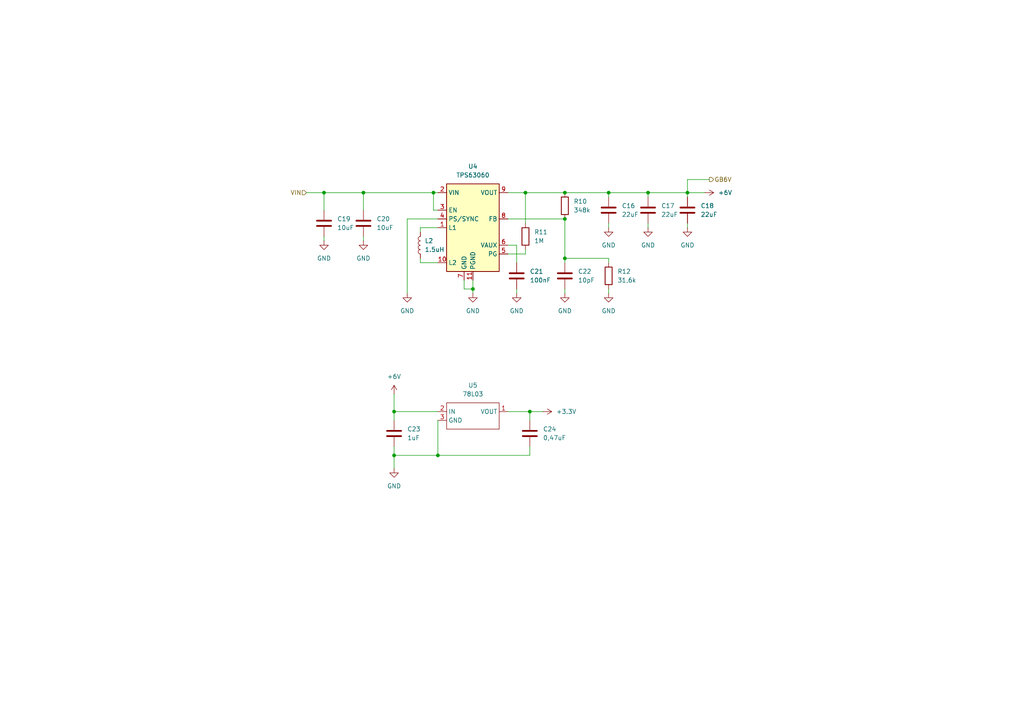
<source format=kicad_sch>
(kicad_sch (version 20231120) (generator "eeschema") (generator_version "8.0")
  (paper "A4")
  (lib_symbols
    (symbol "Device:C" (pin_numbers hide) (pin_names (offset 0.254))
      (property "Reference" "C" (at 0.635 2.54 0))
      (property "Value" "C" (at 0.635 -2.54 0))
      (symbol "C_0_1"
        (polyline (pts (xy -2.032 -0.762) (xy 2.032 -0.762)) (stroke (width 0.508)))
        (polyline (pts (xy -2.032 0.762) (xy 2.032 0.762)) (stroke (width 0.508)))
      )
      (symbol "C_1_1"
        (pin passive line (at 0 3.81 270) (length 2.794) (name "~") (number "1"))
        (pin passive line (at 0 -3.81 90) (length 2.794) (name "~") (number "2"))
      )
    )
    (symbol "Device:L" (pin_numbers hide) (pin_names (offset 1.016) hide)
      (property "Reference" "L" (at -1.27 0 90))
      (property "Value" "L" (at 1.905 0 90))
      (symbol "L_0_1"
        (arc (start 0 -2.54) (mid 0.6323 -1.905) (end 0 -1.27))
        (arc (start 0 -1.27) (mid 0.6323 -0.635) (end 0 0))
        (arc (start 0 0) (mid 0.6323 0.635) (end 0 1.27))
        (arc (start 0 1.27) (mid 0.6323 1.905) (end 0 2.54))
      )
      (symbol "L_1_1"
        (pin passive line (at 0 3.81 270) (length 1.27) (name "1") (number "1"))
        (pin passive line (at 0 -3.81 90) (length 1.27) (name "2") (number "2"))
      )
    )
    (symbol "Device:R" (pin_numbers hide) (pin_names (offset 0))
      (property "Reference" "R" (at 2.032 0 90))
      (property "Value" "R" (at 0 0 90))
      (symbol "R_0_1"
        (rectangle (start -1.016 -2.54) (end 1.016 2.54) (stroke (width 0.254)))
      )
      (symbol "R_1_1"
        (pin passive line (at 0 3.81 270) (length 1.27) (name "~") (number "1"))
        (pin passive line (at 0 -3.81 90) (length 1.27) (name "~") (number "2"))
      )
    )
    (symbol "Radtke:78L03"
      (property "Reference" "U" (at 0 5.08 0))
      (property "Value" "78L03" (at 0 5.08 0))
      (symbol "78L03_0_1"
        (rectangle (start -7.62 3.81) (end 7.62 -3.81))
      )
      (symbol "78L03_1_1"
        (pin output line (at 10.16 1.27 180) (length 2.54) (name "VOUT") (number "1"))
        (pin input line (at -10.16 1.27 0) (length 2.54) (name "IN") (number "2"))
        (pin bidirectional line (at -10.16 -1.27 0) (length 2.54) (name "GND") (number "3"))
      )
    )
    (symbol "Regulator_Switching:TPS63060"
      (property "Reference" "U" (at -7.62 13.97 0))
      (property "Value" "TPS63060" (at 2.54 13.97 0))
      (symbol "TPS63060_0_1"
        (rectangle (start -7.62 12.7) (end 7.62 -12.7) (stroke (width 0.254)) (fill (type background)))
      )
      (symbol "TPS63060_1_1"
        (pin input line (at -10.16 0 0) (length 2.54) (name "L1") (number "1"))
        (pin input line (at -10.16 -10.16 0) (length 2.54) (name "L2") (number "10"))
        (pin power_in line (at 0 -15.24 90) (length 2.54) (name "PGND") (number "11"))
        (pin power_in line (at -10.16 10.16 0) (length 2.54) (name "VIN") (number "2"))
        (pin input line (at -10.16 5.08 0) (length 2.54) (name "EN") (number "3"))
        (pin input line (at -10.16 2.54 0) (length 2.54) (name "PS/SYNC") (number "4"))
        (pin output line (at 10.16 -7.62 180) (length 2.54) (name "PG") (number "5"))
        (pin passive line (at 10.16 -5.08 180) (length 2.54) (name "VAUX") (number "6"))
        (pin power_in line (at -2.54 -15.24 90) (length 2.54) (name "GND") (number "7"))
        (pin input line (at 10.16 2.54 180) (length 2.54) (name "FB") (number "8"))
        (pin power_out line (at 10.16 10.16 180) (length 2.54) (name "VOUT") (number "9"))
      )
    )
    (symbol "power:+3.3V" (power) (pin_numbers hide) (pin_names (offset 0) hide)
      (property "Value" "+3.3V" (at 0 3.556 0))
      (symbol "+3.3V_0_1"
        (polyline (pts (xy -0.762 1.27) (xy 0 2.54)))
        (polyline (pts (xy 0 0) (xy 0 2.54)))
        (polyline (pts (xy 0 2.54) (xy 0.762 1.27)))
      )
      (symbol "+3.3V_1_1"
        (pin power_in line (at 0 0 90) (length 0) (name "~") (number "1"))
      )
    )
    (symbol "power:+6V" (power) (pin_numbers hide) (pin_names (offset 0) hide)
      (property "Value" "+6V" (at 0 3.556 0))
      (symbol "+6V_0_1"
        (polyline (pts (xy -0.762 1.27) (xy 0 2.54)))
        (polyline (pts (xy 0 0) (xy 0 2.54)))
        (polyline (pts (xy 0 2.54) (xy 0.762 1.27)))
      )
      (symbol "+6V_1_1"
        (pin power_in line (at 0 0 90) (length 0) (name "~") (number "1"))
      )
    )
    (symbol "power:GND" (power) (pin_numbers hide) (pin_names (offset 0) hide)
      (property "Value" "GND" (at 0 -3.81 0))
      (symbol "GND_0_1"
        (polyline (pts (xy 0 0) (xy 0 -1.27) (xy 1.27 -1.27) (xy 0 -2.54) (xy -1.27 -1.27) (xy 0 -1.27)))
      )
      (symbol "GND_1_1"
        (pin power_in line (at 0 0 270) (length 0) (name "~") (number "1"))
      )
    )
  )
  (junction (at 163.83 55.88))
  (junction (at 137.16 83.82))
  (junction (at 163.83 63.5))
  (junction (at 187.96 55.88))
  (junction (at 199.39 55.88))
  (junction (at 114.3 132.08))
  (junction (at 127 132.08))
  (junction (at 152.4 55.88))
  (junction (at 176.53 55.88))
  (junction (at 125.73 55.88))
  (junction (at 114.3 119.38))
  (junction (at 93.98 55.88))
  (junction (at 105.41 55.88))
  (junction (at 163.83 74.93))
  (junction (at 153.67 119.38))
  (wire (pts (xy 176.53 55.88) (xy 176.53 57.15)))
  (wire (pts (xy 114.3 129.54) (xy 114.3 132.08)))
  (wire (pts (xy 149.86 71.12) (xy 149.86 76.2)))
  (wire (pts (xy 105.41 55.88) (xy 105.41 60.96)))
  (wire (pts (xy 114.3 114.3) (xy 114.3 119.38)))
  (wire (pts (xy 125.73 55.88) (xy 125.73 60.96)))
  (wire (pts (xy 176.53 74.93) (xy 176.53 76.2)))
  (wire (pts (xy 153.67 129.54) (xy 153.67 132.08)))
  (wire (pts (xy 163.83 74.93) (xy 163.83 76.2)))
  (wire (pts (xy 147.32 63.5) (xy 163.83 63.5)))
  (wire (pts (xy 114.3 119.38) (xy 114.3 121.92)))
  (wire (pts (xy 199.39 55.88) (xy 204.47 55.88)))
  (wire (pts (xy 134.62 83.82) (xy 137.16 83.82)))
  (wire (pts (xy 127 121.92) (xy 127 132.08)))
  (wire (pts (xy 118.11 63.5) (xy 127 63.5)))
  (wire (pts (xy 118.11 63.5) (xy 118.11 85.09)))
  (wire (pts (xy 127 132.08) (xy 153.67 132.08)))
  (wire (pts (xy 199.39 52.07) (xy 199.39 55.88)))
  (wire (pts (xy 93.98 55.88) (xy 93.98 60.96)))
  (wire (pts (xy 187.96 55.88) (xy 187.96 57.15)))
  (wire (pts (xy 105.41 55.88) (xy 125.73 55.88)))
  (wire (pts (xy 134.62 81.28) (xy 134.62 83.82)))
  (wire (pts (xy 93.98 68.58) (xy 93.98 69.85)))
  (wire (pts (xy 127 132.08) (xy 114.3 132.08)))
  (wire (pts (xy 153.67 119.38) (xy 153.67 121.92)))
  (wire (pts (xy 114.3 132.08) (xy 114.3 135.89)))
  (wire (pts (xy 153.67 119.38) (xy 157.48 119.38)))
  (wire (pts (xy 105.41 68.58) (xy 105.41 69.85)))
  (wire (pts (xy 114.3 119.38) (xy 127 119.38)))
  (wire (pts (xy 147.32 119.38) (xy 153.67 119.38)))
  (wire (pts (xy 152.4 55.88) (xy 163.83 55.88)))
  (wire (pts (xy 163.83 74.93) (xy 176.53 74.93)))
  (wire (pts (xy 127 66.04) (xy 121.92 66.04)))
  (wire (pts (xy 105.41 55.88) (xy 93.98 55.88)))
  (wire (pts (xy 137.16 81.28) (xy 137.16 83.82)))
  (wire (pts (xy 121.92 66.04) (xy 121.92 67.31)))
  (wire (pts (xy 176.53 64.77) (xy 176.53 66.04)))
  (wire (pts (xy 147.32 71.12) (xy 149.86 71.12)))
  (wire (pts (xy 127 55.88) (xy 125.73 55.88)))
  (wire (pts (xy 163.83 63.5) (xy 163.83 74.93)))
  (wire (pts (xy 187.96 64.77) (xy 187.96 66.04)))
  (wire (pts (xy 149.86 83.82) (xy 149.86 85.09)))
  (wire (pts (xy 121.92 74.93) (xy 121.92 76.2)))
  (wire (pts (xy 137.16 83.82) (xy 137.16 85.09)))
  (wire (pts (xy 147.32 55.88) (xy 152.4 55.88)))
  (wire (pts (xy 147.32 73.66) (xy 152.4 73.66)))
  (wire (pts (xy 205.74 52.07) (xy 199.39 52.07)))
  (wire (pts (xy 163.83 55.88) (xy 176.53 55.88)))
  (wire (pts (xy 152.4 55.88) (xy 152.4 64.77)))
  (wire (pts (xy 163.83 83.82) (xy 163.83 85.09)))
  (wire (pts (xy 199.39 55.88) (xy 199.39 57.15)))
  (wire (pts (xy 176.53 55.88) (xy 187.96 55.88)))
  (wire (pts (xy 176.53 83.82) (xy 176.53 85.09)))
  (wire (pts (xy 152.4 72.39) (xy 152.4 73.66)))
  (wire (pts (xy 127 60.96) (xy 125.73 60.96)))
  (wire (pts (xy 199.39 64.77) (xy 199.39 66.04)))
  (wire (pts (xy 121.92 76.2) (xy 127 76.2)))
  (wire (pts (xy 187.96 55.88) (xy 199.39 55.88)))
  (wire (pts (xy 88.9 55.88) (xy 93.98 55.88)))
  (hierarchical_label "VIN" (shape input) (at 88.9 55.88 180))
  (hierarchical_label "GB6V" (shape output) (at 205.74 52.07 0))
  (symbol (lib_id "Device:C") (at 199.39 60.96 0) (unit 1)
    (property "Reference" "C18" (at 203.2 59.6899 0) (effects (justify left)))
    (property "Value" "22uF" (at 203.2 62.2299 0) (effects (justify left)))
    (property "Footprint" "Capacitor_SMD:C_0603_1608Metric" (effects (hide yes)))
    (property "Description" "Unpolarized capacitor" (effects (hide yes)))
  )
  (symbol (lib_id "Device:C") (at 114.3 125.73 0) (unit 1)
    (property "Reference" "C23" (at 118.11 124.4599 0) (effects (justify left)))
    (property "Value" "1uF" (at 118.11 126.9999 0) (effects (justify left)))
    (property "Footprint" "Capacitor_SMD:C_0603_1608Metric" (effects (hide yes)))
    (property "Description" "Unpolarized capacitor" (effects (hide yes)))
  )
  (symbol (lib_id "Regulator_Switching:TPS63060") (at 137.16 66.04 0) (unit 1)
    (property "Reference" "U4" (at 137.16 48.26 0))
    (property "Value" "TPS63060" (at 137.16 50.8 0))
    (property "Footprint" "Package_SON:Texas_S-PWSON-N10_ThermalVias" (effects (hide yes)))
    (property "Datasheet" "http://www.ti.com/lit/ds/symlink/tps63060.pdf" (effects (hide yes)))
    (property "Description" "Buck-Boost Converter, 2.5-12V Input Voltage, 2-A Switch Current, Adjustable 2.5-8V Output Voltage, S-PWSON-N10" (effects (hide yes)))
  )
  (symbol (lib_id "power:GND") (at 105.41 69.85 0) (unit 1)
    (property "Reference" "#PWR024" (effects (hide yes)))
    (property "Value" "GND" (at 105.41 74.93 0))
    (property "Description" "Power symbol creates a global label with name \"GND\" , ground" (effects (hide yes)))
  )
  (symbol (lib_id "power:GND") (at 118.11 85.09 0) (unit 1)
    (property "Reference" "#PWR025" (effects (hide yes)))
    (property "Value" "GND" (at 118.11 90.17 0))
    (property "Description" "Power symbol creates a global label with name \"GND\" , ground" (effects (hide yes)))
  )
  (symbol (lib_id "Device:L") (at 121.92 71.12 180) (unit 1)
    (property "Reference" "L2" (at 123.19 69.8499 0) (effects (justify right)))
    (property "Value" "1.5uH" (at 123.19 72.3899 0) (effects (justify right)))
    (property "Footprint" "Inductor_SMD:L_Vishay_IHLP-1616" (effects (hide yes)))
    (property "Description" "Inductor" (effects (hide yes)))
  )
  (symbol (lib_id "power:GND") (at 114.3 135.89 0) (unit 1)
    (property "Reference" "#PWR032" (effects (hide yes)))
    (property "Value" "GND" (at 114.3 140.97 0))
    (property "Description" "Power symbol creates a global label with name \"GND\" , ground" (effects (hide yes)))
  )
  (symbol (lib_id "power:GND") (at 187.96 66.04 0) (unit 1)
    (property "Reference" "#PWR021" (effects (hide yes)))
    (property "Value" "GND" (at 187.96 71.12 0))
    (property "Description" "Power symbol creates a global label with name \"GND\" , ground" (effects (hide yes)))
  )
  (symbol (lib_id "power:GND") (at 176.53 66.04 0) (unit 1)
    (property "Reference" "#PWR020" (effects (hide yes)))
    (property "Value" "GND" (at 176.53 71.12 0))
    (property "Description" "Power symbol creates a global label with name \"GND\" , ground" (effects (hide yes)))
  )
  (symbol (lib_id "Device:C") (at 149.86 80.01 0) (unit 1)
    (property "Reference" "C21" (at 153.67 78.7399 0) (effects (justify left)))
    (property "Value" "100nF" (at 153.67 81.2799 0) (effects (justify left)))
    (property "Footprint" "Capacitor_SMD:C_0603_1608Metric" (effects (hide yes)))
    (property "Description" "Unpolarized capacitor" (effects (hide yes)))
  )
  (symbol (lib_id "power:+6V") (at 204.47 55.88 270) (unit 1)
    (property "Reference" "#PWR019" (effects (hide yes)))
    (property "Value" "+6V" (at 208.28 55.8799 90) (effects (justify left)))
    (property "Description" "Power symbol creates a global label with name \"+6V\"" (effects (hide yes)))
  )
  (symbol (lib_id "power:+6V") (at 114.3 114.3 0) (unit 1)
    (property "Reference" "#PWR030" (effects (hide yes)))
    (property "Value" "+6V" (at 114.3 109.22 0))
    (property "Description" "Power symbol creates a global label with name \"+6V\"" (effects (hide yes)))
  )
  (symbol (lib_id "Device:C") (at 187.96 60.96 0) (unit 1)
    (property "Reference" "C17" (at 191.77 59.6899 0) (effects (justify left)))
    (property "Value" "22uF" (at 191.77 62.2299 0) (effects (justify left)))
    (property "Footprint" "Capacitor_SMD:C_0603_1608Metric" (effects (hide yes)))
    (property "Description" "Unpolarized capacitor" (effects (hide yes)))
  )
  (symbol (lib_id "Radtke:78L03") (at 137.16 120.65 0) (unit 1)
    (property "Reference" "U5" (at 137.16 111.76 0))
    (property "Value" "78L03" (at 137.16 114.3 0))
    (property "Footprint" "Package_TO_SOT_SMD:SOT-23-3" (effects (hide yes)))
  )
  (symbol (lib_id "power:GND") (at 163.83 85.09 0) (unit 1)
    (property "Reference" "#PWR028" (effects (hide yes)))
    (property "Value" "GND" (at 163.83 90.17 0))
    (property "Description" "Power symbol creates a global label with name \"GND\" , ground" (effects (hide yes)))
  )
  (symbol (lib_id "power:GND") (at 199.39 66.04 0) (unit 1)
    (property "Reference" "#PWR022" (effects (hide yes)))
    (property "Value" "GND" (at 199.39 71.12 0))
    (property "Description" "Power symbol creates a global label with name \"GND\" , ground" (effects (hide yes)))
  )
  (symbol (lib_id "power:GND") (at 137.16 85.09 0) (unit 1)
    (property "Reference" "#PWR026" (effects (hide yes)))
    (property "Value" "GND" (at 137.16 90.17 0))
    (property "Description" "Power symbol creates a global label with name \"GND\" , ground" (effects (hide yes)))
  )
  (symbol (lib_id "power:GND") (at 176.53 85.09 0) (unit 1)
    (property "Reference" "#PWR029" (effects (hide yes)))
    (property "Value" "GND" (at 176.53 90.17 0))
    (property "Description" "Power symbol creates a global label with name \"GND\" , ground" (effects (hide yes)))
  )
  (symbol (lib_id "Device:R") (at 176.53 80.01 0) (unit 1)
    (property "Reference" "R12" (at 179.07 78.7399 0) (effects (justify left)))
    (property "Value" "31,6k" (at 179.07 81.2799 0) (effects (justify left)))
    (property "Footprint" "Resistor_SMD:R_0603_1608Metric" (effects (hide yes)))
    (property "Description" "Resistor" (effects (hide yes)))
  )
  (symbol (lib_id "Device:R") (at 152.4 68.58 0) (unit 1)
    (property "Reference" "R11" (at 154.94 67.3099 0) (effects (justify left)))
    (property "Value" "1M" (at 154.94 69.8499 0) (effects (justify left)))
    (property "Footprint" "Resistor_SMD:R_0603_1608Metric" (effects (hide yes)))
    (property "Description" "Resistor" (effects (hide yes)))
  )
  (symbol (lib_id "power:GND") (at 149.86 85.09 0) (unit 1)
    (property "Reference" "#PWR027" (effects (hide yes)))
    (property "Value" "GND" (at 149.86 90.17 0))
    (property "Description" "Power symbol creates a global label with name \"GND\" , ground" (effects (hide yes)))
  )
  (symbol (lib_id "Device:C") (at 163.83 80.01 0) (unit 1)
    (property "Reference" "C22" (at 167.64 78.7399 0) (effects (justify left)))
    (property "Value" "10pF" (at 167.64 81.2799 0) (effects (justify left)))
    (property "Footprint" "Capacitor_SMD:C_0603_1608Metric" (effects (hide yes)))
    (property "Description" "Unpolarized capacitor" (effects (hide yes)))
  )
  (symbol (lib_id "Device:C") (at 105.41 64.77 0) (unit 1)
    (property "Reference" "C20" (at 109.22 63.4999 0) (effects (justify left)))
    (property "Value" "10uF" (at 109.22 66.0399 0) (effects (justify left)))
    (property "Footprint" "Capacitor_SMD:C_0603_1608Metric" (effects (hide yes)))
    (property "Description" "Unpolarized capacitor" (effects (hide yes)))
  )
  (symbol (lib_id "power:+3.3V") (at 157.48 119.38 270) (unit 1)
    (property "Reference" "#PWR031" (effects (hide yes)))
    (property "Value" "+3.3V" (at 161.29 119.3799 90) (effects (justify left)))
    (property "Description" "Power symbol creates a global label with name \"+3.3V\"" (effects (hide yes)))
  )
  (symbol (lib_id "Device:R") (at 163.83 59.69 0) (unit 1)
    (property "Reference" "R10" (at 166.37 58.4199 0) (effects (justify left)))
    (property "Value" "348k" (at 166.37 60.9599 0) (effects (justify left)))
    (property "Footprint" "Resistor_SMD:R_0603_1608Metric" (effects (hide yes)))
    (property "Description" "Resistor" (effects (hide yes)))
  )
  (symbol (lib_id "Device:C") (at 176.53 60.96 0) (unit 1)
    (property "Reference" "C16" (at 180.34 59.6899 0) (effects (justify left)))
    (property "Value" "22uF" (at 180.34 62.2299 0) (effects (justify left)))
    (property "Footprint" "Capacitor_SMD:C_0603_1608Metric" (effects (hide yes)))
    (property "Description" "Unpolarized capacitor" (effects (hide yes)))
  )
  (symbol (lib_id "power:GND") (at 93.98 69.85 0) (unit 1)
    (property "Reference" "#PWR023" (effects (hide yes)))
    (property "Value" "GND" (at 93.98 74.93 0))
    (property "Description" "Power symbol creates a global label with name \"GND\" , ground" (effects (hide yes)))
  )
  (symbol (lib_id "Device:C") (at 93.98 64.77 0) (unit 1)
    (property "Reference" "C19" (at 97.79 63.4999 0) (effects (justify left)))
    (property "Value" "10uF" (at 97.79 66.0399 0) (effects (justify left)))
    (property "Footprint" "Capacitor_SMD:C_0603_1608Metric" (effects (hide yes)))
    (property "Description" "Unpolarized capacitor" (effects (hide yes)))
  )
  (symbol (lib_id "Device:C") (at 153.67 125.73 0) (unit 1)
    (property "Reference" "C24" (at 157.48 124.4599 0) (effects (justify left)))
    (property "Value" "0,47uF" (at 157.48 126.9999 0) (effects (justify left)))
    (property "Footprint" "Capacitor_SMD:C_0603_1608Metric" (effects (hide yes)))
    (property "Description" "Unpolarized capacitor" (effects (hide yes)))
  )
)
</source>
